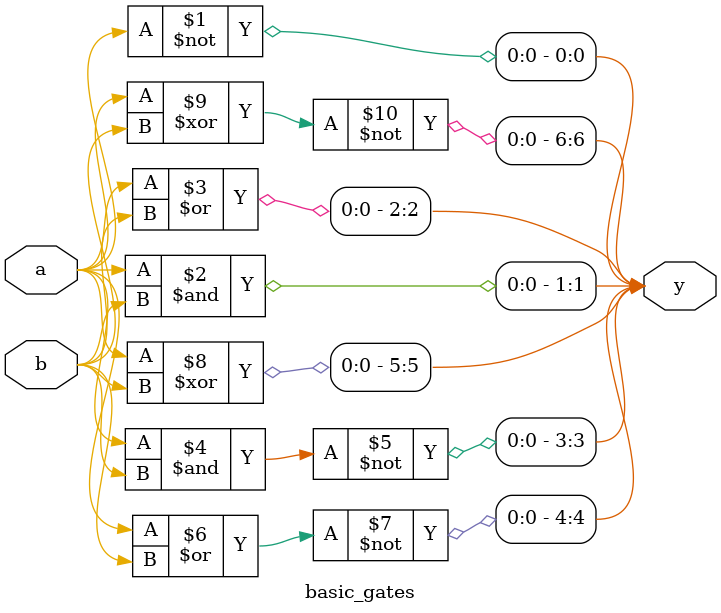
<source format=v>
module basic_gates(input a,b,output [6:0]y);

assign y[0]=~a;
assign y[1]=a&b;
assign y[2]=a|b;
assign y[3]=~(a&b);
assign y[4]=~(a|b);
assign y[5]=a^b;
assign y[6]=~(a^b);


endmodule

</source>
